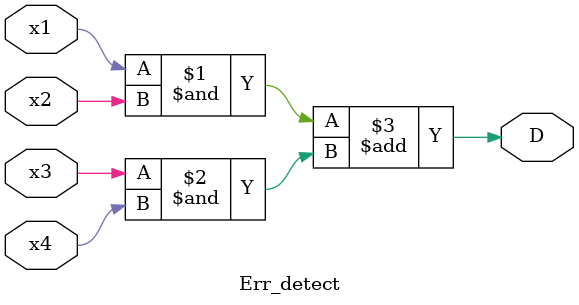
<source format=v>
module Err_detect (
    input wire x1,x2,x3,x4,
    output wire D
);
    assign D = (x1 & x2)+(x3 & x4);
    
endmodule

</source>
